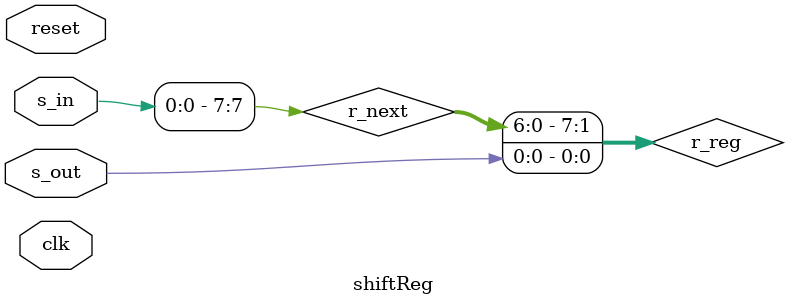
<source format=v>
`timescale 1ns / 1ps



module shiftReg
#(parameter N=8)

    (
    input wire clk, reset,
    input wire s_in,
    input wire s_out
    );

// signal delclaration
    reg [N-1:0] r_reg;
    wire [N-1:0] r_next;

// register  
always @(posedge clk, posedge reset)
    if (reset)
        r_reg <= 0;
    else
        r_reg <= r_next;
        
// next - state logic  
    assign r_next = {s_in, r_reg[N-1:1]};

// output logic
    assign s_out = r_reg[0];
 
endmodule

</source>
